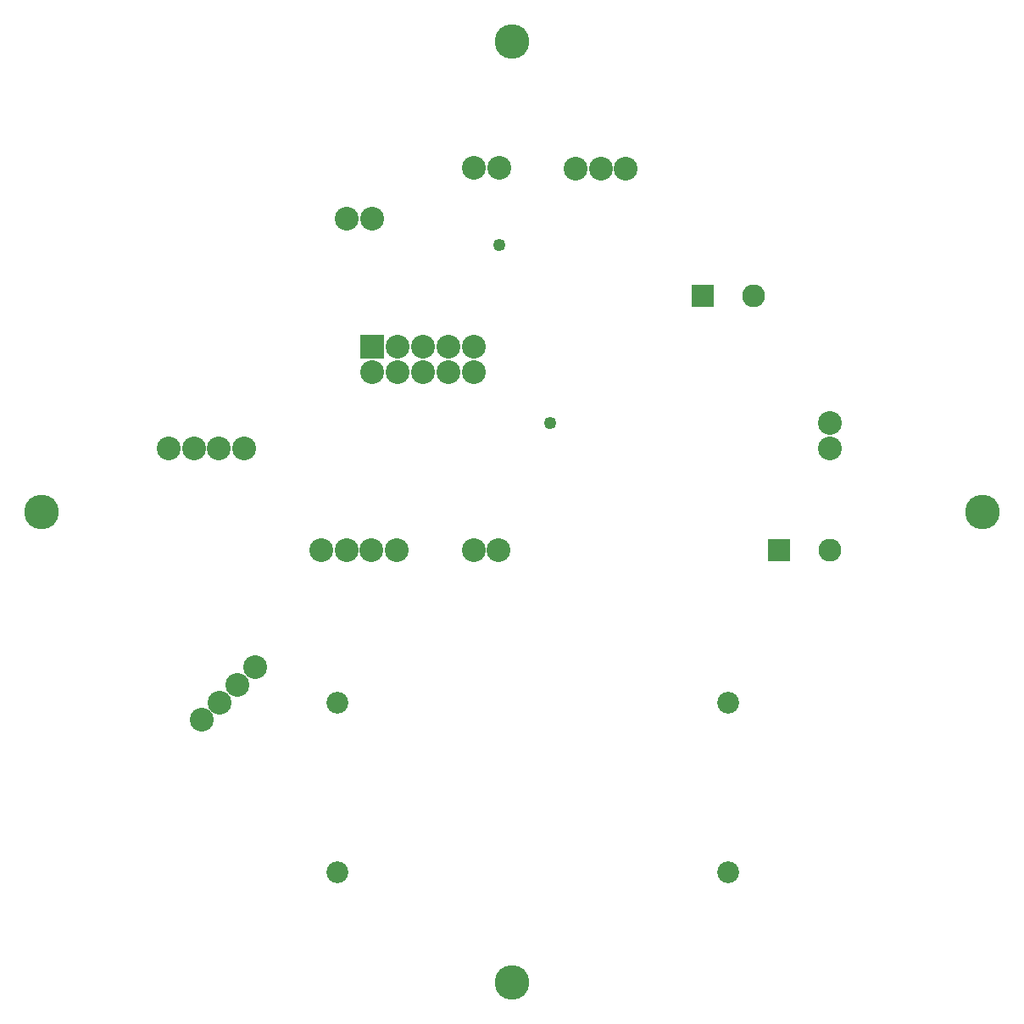
<source format=gbs>
G04 MADE WITH FRITZING*
G04 WWW.FRITZING.ORG*
G04 DOUBLE SIDED*
G04 HOLES PLATED*
G04 CONTOUR ON CENTER OF CONTOUR VECTOR*
%ASAXBY*%
%FSLAX23Y23*%
%MOIN*%
%OFA0B0*%
%SFA1.0B1.0*%
%ADD10C,0.085433*%
%ADD11C,0.090000*%
%ADD12C,0.049370*%
%ADD13C,0.093307*%
%ADD14C,0.135984*%
%ADD15R,0.090000X0.090000*%
%ADD16R,0.093307X0.093307*%
%LNMASK0*%
G90*
G70*
G54D10*
X1281Y1231D03*
X1281Y562D03*
X2817Y1231D03*
X2817Y562D03*
G54D11*
X3017Y1831D03*
X3217Y1831D03*
G54D12*
X2117Y2331D03*
G54D13*
X618Y2231D03*
X717Y2231D03*
X815Y2231D03*
X914Y2231D03*
X618Y2231D03*
X717Y2231D03*
X815Y2231D03*
X914Y2231D03*
X747Y1162D03*
X817Y1231D03*
X886Y1301D03*
X956Y1371D03*
X2415Y3331D03*
X2317Y3331D03*
X2218Y3331D03*
X1218Y1831D03*
X1317Y1831D03*
X1415Y1831D03*
X1514Y1831D03*
X3217Y2330D03*
X3217Y2231D03*
X1915Y1831D03*
X1817Y1831D03*
X1416Y3132D03*
X1317Y3132D03*
X1916Y3332D03*
X1817Y3332D03*
G54D12*
X1917Y3031D03*
G54D13*
X1417Y2531D03*
X1517Y2531D03*
X1617Y2531D03*
X1717Y2531D03*
X1817Y2531D03*
X1417Y2631D03*
X1517Y2631D03*
X1617Y2631D03*
X1717Y2631D03*
X1817Y2631D03*
X1417Y2531D03*
X1517Y2531D03*
X1617Y2531D03*
X1717Y2531D03*
X1817Y2531D03*
X1417Y2631D03*
X1517Y2631D03*
X1617Y2631D03*
X1717Y2631D03*
X1817Y2631D03*
G54D11*
X2717Y2831D03*
X2917Y2831D03*
X2717Y2831D03*
X2917Y2831D03*
G54D14*
X1968Y3830D03*
X3818Y1980D03*
X1968Y130D03*
X118Y1980D03*
G54D15*
X3017Y1831D03*
G54D16*
X1417Y2631D03*
X1417Y2631D03*
G54D15*
X2717Y2831D03*
X2717Y2831D03*
G04 End of Mask0*
M02*
</source>
